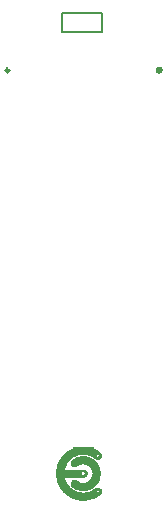
<source format=gbo>
G04*
G04 #@! TF.GenerationSoftware,Altium Limited,Altium Designer,18.1.7 (191)*
G04*
G04 Layer_Color=32896*
%FSLAX44Y44*%
%MOMM*%
G71*
G01*
G75*
%ADD10C,0.2000*%
%ADD26C,0.2540*%
%ADD27C,0.0254*%
D10*
X-17000Y451750D02*
X17000D01*
X-17000Y468250D02*
X17000D01*
X-17000Y451750D02*
Y468250D01*
X17000Y451750D02*
Y468250D01*
D26*
X67404Y419750D02*
G03*
X67404Y419750I-1904J0D01*
G01*
X-61399Y419500D02*
G03*
X-61399Y419500I-1601J0D01*
G01*
D27*
X-2286Y56124D02*
X3810D01*
X-3810Y56378D02*
X5334D01*
X-4826Y56632D02*
X6604D01*
X-5842Y56886D02*
X7366D01*
X-6604Y57140D02*
X8128D01*
X-7112Y57394D02*
X8890D01*
X-7874Y57648D02*
X9652D01*
X-8382Y57902D02*
X10160D01*
X-8890Y58156D02*
X10668D01*
X-9398Y58410D02*
X11176D01*
X-9906Y58664D02*
X11684D01*
X-10414Y58918D02*
X12192D01*
X-10922Y59172D02*
X12700D01*
X-11176Y59426D02*
X12954D01*
X-11684Y59680D02*
X13462D01*
X-11938Y59934D02*
X13716D01*
X-12446Y60188D02*
X14224D01*
X-12700Y60442D02*
X14478D01*
X-12954Y60696D02*
X14732D01*
X-13462Y60950D02*
X15240D01*
X-13716Y61204D02*
X15494D01*
X-13970Y61458D02*
X15494D01*
X-14224Y61712D02*
X15748D01*
X-14478Y61966D02*
X16002D01*
X-14732Y62220D02*
X-1016D01*
X2794D02*
X16002D01*
X-14986Y62474D02*
X-2540D01*
X4318D02*
X12446D01*
X13716D02*
X16002D01*
X-15240Y62728D02*
X-3556D01*
X5334D02*
X12192D01*
X13970D02*
X16256D01*
X-15494Y62982D02*
X-4318D01*
X6096D02*
X11938D01*
X14224D02*
X16256D01*
X-15748Y63236D02*
X-5080D01*
X6858D02*
X11938D01*
X14224D02*
X16256D01*
X-16002Y63490D02*
X-5588D01*
X7366D02*
X11938D01*
X14224D02*
X16256D01*
X-16256Y63744D02*
X-6350D01*
X7874D02*
X11938D01*
X14224D02*
X16256D01*
X-16510Y63998D02*
X-6858D01*
X8382D02*
X12192D01*
X14224D02*
X16256D01*
X-16764Y64252D02*
X-7112D01*
X-1270D02*
X2794D01*
X8890D02*
X12192D01*
X13970D02*
X16002D01*
X-16764Y64506D02*
X-7620D01*
X-2540D02*
X4318D01*
X9398D02*
X12700D01*
X13716D02*
X16002D01*
X-17018Y64760D02*
X-8128D01*
X-3556D02*
X5080D01*
X9652D02*
X16002D01*
X-17272Y65014D02*
X-8382D01*
X-4318D02*
X5842D01*
X10160D02*
X15748D01*
X-17526Y65268D02*
X-8890D01*
X-4826D02*
X6604D01*
X10414D02*
X15494D01*
X-17526Y65522D02*
X-9144D01*
X-5334D02*
X7112D01*
X10922D02*
X15494D01*
X-17780Y65776D02*
X-9398D01*
X-5842D02*
X7620D01*
X11176D02*
X14986D01*
X-18034Y66030D02*
X-9652D01*
X-6350D02*
X8128D01*
X11430D02*
X14732D01*
X-18034Y66284D02*
X-10160D01*
X-6858D02*
X8382D01*
X12192D02*
X14224D01*
X-18288Y66538D02*
X-10414D01*
X-7112D02*
X8890D01*
X-18542Y66792D02*
X-10668D01*
X-7620D02*
X9144D01*
X-18542Y67046D02*
X-10922D01*
X-7874D02*
X9652D01*
X-18796Y67300D02*
X-11176D01*
X-8128D02*
X9906D01*
X-18796Y67554D02*
X-11430D01*
X-8636D02*
X10160D01*
X-19050Y67808D02*
X-11430D01*
X-8636D02*
X10414D01*
X-19304Y68062D02*
X-11684D01*
X-8890D02*
X10668D01*
X-19304Y68316D02*
X-11938D01*
X-9144D02*
X10922D01*
X-19558Y68570D02*
X-12192D01*
X-9144D02*
X11176D01*
X-19558Y68824D02*
X-12446D01*
X-9144D02*
X11430D01*
X-19812Y69078D02*
X-12446D01*
X-9398D02*
X11684D01*
X-19812Y69332D02*
X-12700D01*
X-9398D02*
X11938D01*
X-19812Y69586D02*
X-12954D01*
X-9398D02*
X12192D01*
X-20066Y69840D02*
X-12954D01*
X-9398D02*
X12446D01*
X-20066Y70094D02*
X-13208D01*
X-9398D02*
X12446D01*
X-20320Y70348D02*
X-13462D01*
X-9398D02*
X0D01*
X1778D02*
X12700D01*
X-20320Y70602D02*
X-13462D01*
X-9144D02*
X-1270D01*
X3048D02*
X12954D01*
X-20320Y70856D02*
X-13716D01*
X-9144D02*
X-2032D01*
X3810D02*
X12954D01*
X-20574Y71110D02*
X-13716D01*
X-9144D02*
X-2794D01*
X4318D02*
X13208D01*
X-20574Y71364D02*
X-13970D01*
X-8890D02*
X-3302D01*
X4826D02*
X13462D01*
X-20574Y71618D02*
X-13970D01*
X-8636D02*
X-3556D01*
X5334D02*
X13462D01*
X-20828Y71872D02*
X-14224D01*
X-8636D02*
X-4064D01*
X5588D02*
X13716D01*
X-20828Y72126D02*
X-14224D01*
X-8382D02*
X-4318D01*
X5842D02*
X13716D01*
X-20828Y72380D02*
X-14224D01*
X-7874D02*
X-4572D01*
X6350D02*
X13970D01*
X-21082Y72634D02*
X-14478D01*
X-7366D02*
X-5334D01*
X6604D02*
X13970D01*
X-21082Y72888D02*
X-14478D01*
X6858D02*
X14224D01*
X-21082Y73142D02*
X-14732D01*
X7112D02*
X14224D01*
X-21082Y73396D02*
X-14732D01*
X7112D02*
X14224D01*
X-21336Y73650D02*
X-14732D01*
X7366D02*
X14478D01*
X-21336Y73904D02*
X-14986D01*
X7620D02*
X14478D01*
X-21336Y74158D02*
X-14986D01*
X7874D02*
X14478D01*
X-21336Y74412D02*
X-14986D01*
X7874D02*
X14732D01*
X-21336Y74666D02*
X-14986D01*
X8128D02*
X14732D01*
X-21590Y74920D02*
X-15240D01*
X8128D02*
X14732D01*
X-21590Y75174D02*
X-15240D01*
X8382D02*
X14986D01*
X-21590Y75428D02*
X1270D01*
X8382D02*
X14986D01*
X-21590Y75682D02*
X2286D01*
X8636D02*
X14986D01*
X-21590Y75936D02*
X2794D01*
X8636D02*
X14986D01*
X-21590Y76190D02*
X3048D01*
X8636D02*
X14986D01*
X-21590Y76444D02*
X3302D01*
X8890D02*
X14986D01*
X-21590Y76698D02*
X3556D01*
X8890D02*
X15240D01*
X-21590Y76952D02*
X254D01*
X1270D02*
X3556D01*
X8890D02*
X15240D01*
X-21590Y77206D02*
X0D01*
X1778D02*
X3810D01*
X8890D02*
X15240D01*
X-21844Y77460D02*
X-508D01*
X2032D02*
X3810D01*
X8890D02*
X15240D01*
X-21844Y77714D02*
X-508D01*
X2286D02*
X3810D01*
X8890D02*
X15240D01*
X-21844Y77968D02*
X-762D01*
X2540D02*
X4064D01*
X9144D02*
X15240D01*
X-21844Y78222D02*
X-762D01*
X2540D02*
X4064D01*
X9144D02*
X15240D01*
X-21844Y78476D02*
X-762D01*
X2540D02*
X4064D01*
X9144D02*
X15240D01*
X-21844Y78730D02*
X-762D01*
X2540D02*
X4064D01*
X9144D02*
X15240D01*
X-21844Y78984D02*
X-762D01*
X2540D02*
X4064D01*
X9144D02*
X15240D01*
X-21844Y79238D02*
X-508D01*
X2286D02*
X4064D01*
X9144D02*
X15240D01*
X-21844Y79492D02*
X-508D01*
X2286D02*
X3810D01*
X8890D02*
X15240D01*
X-21844Y79746D02*
X-254D01*
X2032D02*
X3810D01*
X8890D02*
X15240D01*
X-21590Y80000D02*
X0D01*
X1524D02*
X3556D01*
X8890D02*
X15240D01*
X-21590Y80254D02*
X3556D01*
X8890D02*
X15240D01*
X-21590Y80508D02*
X3302D01*
X8890D02*
X15240D01*
X-21590Y80762D02*
X3048D01*
X8636D02*
X14986D01*
X-21590Y81016D02*
X2794D01*
X8636D02*
X14986D01*
X-21590Y81270D02*
X2286D01*
X8636D02*
X14986D01*
X-21590Y81524D02*
X1524D01*
X8382D02*
X14986D01*
X-21590Y81778D02*
X-15240D01*
X8382D02*
X14986D01*
X-21590Y82032D02*
X-15240D01*
X8382D02*
X14732D01*
X-21336Y82286D02*
X-15240D01*
X8128D02*
X14732D01*
X-21336Y82540D02*
X-14986D01*
X7874D02*
X14732D01*
X-21336Y82794D02*
X-14986D01*
X7874D02*
X14732D01*
X-21336Y83048D02*
X-14986D01*
X7620D02*
X14478D01*
X-21336Y83302D02*
X-14732D01*
X7620D02*
X14478D01*
X-21082Y83556D02*
X-14732D01*
X7366D02*
X14478D01*
X-21082Y83810D02*
X-14732D01*
X7112D02*
X14224D01*
X-21082Y84064D02*
X-14478D01*
X6858D02*
X14224D01*
X-21082Y84318D02*
X-14478D01*
X-7112D02*
X-5588D01*
X6604D02*
X13970D01*
X-20828Y84572D02*
X-14478D01*
X-7620D02*
X-4826D01*
X6350D02*
X13970D01*
X-20828Y84826D02*
X-14224D01*
X-8128D02*
X-4572D01*
X6096D02*
X13716D01*
X-20828Y85080D02*
X-14224D01*
X-8382D02*
X-4064D01*
X5842D02*
X13716D01*
X-20828Y85334D02*
X-13970D01*
X-8636D02*
X-3810D01*
X5334D02*
X13462D01*
X-20574Y85588D02*
X-13970D01*
X-8890D02*
X-3302D01*
X5080D02*
X13462D01*
X-20574Y85842D02*
X-13716D01*
X-9144D02*
X-2794D01*
X4572D02*
X13208D01*
X-20574Y86096D02*
X-13716D01*
X-9144D02*
X-2286D01*
X4064D02*
X13208D01*
X-20320Y86350D02*
X-13462D01*
X-9144D02*
X-1778D01*
X3302D02*
X12954D01*
X-20320Y86604D02*
X-13462D01*
X-9398D02*
X-762D01*
X2286D02*
X12700D01*
X-20066Y86858D02*
X-13208D01*
X-9398D02*
X12700D01*
X-20066Y87112D02*
X-13208D01*
X-9398D02*
X12446D01*
X-20066Y87366D02*
X-12954D01*
X-9398D02*
X12192D01*
X-19812Y87620D02*
X-12700D01*
X-9398D02*
X11938D01*
X-19812Y87874D02*
X-12700D01*
X-9398D02*
X11938D01*
X-19558Y88128D02*
X-12446D01*
X-9398D02*
X11684D01*
X-19558Y88382D02*
X-12192D01*
X-9144D02*
X11430D01*
X-19304Y88636D02*
X-11938D01*
X-9144D02*
X11176D01*
X-19304Y88890D02*
X-11938D01*
X-8890D02*
X10922D01*
X-19050Y89144D02*
X-11684D01*
X-8890D02*
X10668D01*
X-19050Y89398D02*
X-11430D01*
X-8636D02*
X10414D01*
X-18796Y89652D02*
X-11176D01*
X-8382D02*
X9906D01*
X-18796Y89906D02*
X-10922D01*
X-8128D02*
X9652D01*
X-18542Y90160D02*
X-10668D01*
X-7620D02*
X9398D01*
X-18288Y90414D02*
X-10414D01*
X-7366D02*
X9144D01*
X-18288Y90668D02*
X-10160D01*
X-7112D02*
X8636D01*
X12446D02*
X13716D01*
X-18034Y90922D02*
X-9906D01*
X-6604D02*
X8128D01*
X11684D02*
X14478D01*
X-17780Y91176D02*
X-9652D01*
X-6096D02*
X7874D01*
X11430D02*
X14986D01*
X-17780Y91430D02*
X-9144D01*
X-5588D02*
X7366D01*
X10922D02*
X15240D01*
X-17526Y91684D02*
X-8890D01*
X-5080D02*
X6858D01*
X10668D02*
X15494D01*
X-17272Y91938D02*
X-8636D01*
X-4572D02*
X6096D01*
X10414D02*
X15748D01*
X-17272Y92192D02*
X-8128D01*
X-3810D02*
X5588D01*
X9906D02*
X15748D01*
X-17018Y92446D02*
X-7874D01*
X-3048D02*
X4572D01*
X9652D02*
X16002D01*
X-16764Y92700D02*
X-7366D01*
X-1778D02*
X3556D01*
X9144D02*
X12446D01*
X13716D02*
X16002D01*
X-16510Y92954D02*
X-6858D01*
X8636D02*
X12192D01*
X13970D02*
X16256D01*
X-16256Y93208D02*
X-6350D01*
X8128D02*
X11938D01*
X14224D02*
X16256D01*
X-16002Y93462D02*
X-5842D01*
X7620D02*
X11938D01*
X14224D02*
X16256D01*
X-16002Y93716D02*
X-5334D01*
X7112D02*
X11938D01*
X14224D02*
X16256D01*
X-15748Y93970D02*
X-4826D01*
X6350D02*
X11938D01*
X14224D02*
X16256D01*
X-15494Y94224D02*
X-4064D01*
X5588D02*
X12192D01*
X14224D02*
X16256D01*
X-15240Y94478D02*
X-3048D01*
X4826D02*
X12192D01*
X13970D02*
X16256D01*
X-14986Y94732D02*
X-1778D01*
X3556D02*
X12700D01*
X13716D02*
X16002D01*
X-14732Y94986D02*
X16002D01*
X-14478Y95240D02*
X15748D01*
X-14224Y95494D02*
X15748D01*
X-13716Y95748D02*
X15494D01*
X-13462Y96002D02*
X15240D01*
X-13208Y96256D02*
X14986D01*
X-12954Y96510D02*
X14478D01*
X-12446Y96764D02*
X14224D01*
X-12192Y97018D02*
X13970D01*
X-11938Y97272D02*
X13462D01*
X-11430Y97526D02*
X13208D01*
X-10922Y97780D02*
X12700D01*
X-10668Y98034D02*
X12446D01*
X-10160Y98288D02*
X11938D01*
X-9652Y98542D02*
X11430D01*
X-9144Y98796D02*
X10922D01*
X-8636Y99050D02*
X10414D01*
X-8128Y99304D02*
X9906D01*
X-7366Y99558D02*
X9144D01*
X-6858Y99812D02*
X8636D01*
X-6096Y100066D02*
X7874D01*
X-5334Y100320D02*
X6858D01*
X-4318Y100574D02*
X5842D01*
X-2794Y100828D02*
X4572D01*
X-762Y101082D02*
X2540D01*
X-762D02*
X2540D01*
X-2794Y100828D02*
X4572D01*
X-4318Y100574D02*
X5842D01*
X-5334Y100320D02*
X6858D01*
X-6096Y100066D02*
X7874D01*
X-6858Y99812D02*
X8636D01*
X-7366Y99558D02*
X9144D01*
X-8128Y99304D02*
X9906D01*
X-8636Y99050D02*
X10414D01*
X-9144Y98796D02*
X10922D01*
X-9652Y98542D02*
X11430D01*
X-10160Y98288D02*
X11938D01*
X-10668Y98034D02*
X12446D01*
X-10922Y97780D02*
X12700D01*
X-11430Y97526D02*
X13208D01*
X-11938Y97272D02*
X13462D01*
X-12192Y97018D02*
X13970D01*
X-12446Y96764D02*
X14224D01*
X-12954Y96510D02*
X14478D01*
X-13208Y96256D02*
X14986D01*
X-13462Y96002D02*
X15240D01*
X-13716Y95748D02*
X15494D01*
X-14224Y95494D02*
X15748D01*
X-14478Y95240D02*
X15748D01*
X-14732Y94986D02*
X16002D01*
X13716Y94732D02*
X16002D01*
X3556D02*
X12700D01*
X-14986D02*
X-1778D01*
X13970Y94478D02*
X16256D01*
X4826D02*
X12192D01*
X-15240D02*
X-3048D01*
X14224Y94224D02*
X16256D01*
X5588D02*
X12192D01*
X-15494D02*
X-4064D01*
X14224Y93970D02*
X16256D01*
X6350D02*
X11938D01*
X-15748D02*
X-4826D01*
X14224Y93716D02*
X16256D01*
X7112D02*
X11938D01*
X-16002D02*
X-5334D01*
X14224Y93462D02*
X16256D01*
X7620D02*
X11938D01*
X-16002D02*
X-5842D01*
X14224Y93208D02*
X16256D01*
X8128D02*
X11938D01*
X-16256D02*
X-6350D01*
X13970Y92954D02*
X16256D01*
X8636D02*
X12192D01*
X-16510D02*
X-6858D01*
X13716Y92700D02*
X16002D01*
X9144D02*
X12446D01*
X-1778D02*
X3556D01*
X-16764D02*
X-7366D01*
X9652Y92446D02*
X16002D01*
X-3048D02*
X4572D01*
X-17018D02*
X-7874D01*
X9906Y92192D02*
X15748D01*
X-3810D02*
X5588D01*
X-17272D02*
X-8128D01*
X10414Y91938D02*
X15748D01*
X-4572D02*
X6096D01*
X-17272D02*
X-8636D01*
X10668Y91684D02*
X15494D01*
X-5080D02*
X6858D01*
X-17526D02*
X-8890D01*
X10922Y91430D02*
X15240D01*
X-5588D02*
X7366D01*
X-17780D02*
X-9144D01*
X11430Y91176D02*
X14986D01*
X-6096D02*
X7874D01*
X-17780D02*
X-9652D01*
X11684Y90922D02*
X14478D01*
X-6604D02*
X8128D01*
X-18034D02*
X-9906D01*
X12446Y90668D02*
X13716D01*
X-7112D02*
X8636D01*
X-18288D02*
X-10160D01*
X-7366Y100414D02*
X9144D01*
X-18288Y90414D02*
X-10414D01*
X-7620Y90160D02*
X9398D01*
X-18542D02*
X-10668D01*
X-8128Y89906D02*
X9652D01*
X-18796D02*
X-10922D01*
X-8382Y89652D02*
X9906D01*
X-18796D02*
X-11176D01*
X-8636Y89398D02*
X10414D01*
X-19050D02*
X-11430D01*
X-8890Y89144D02*
X10668D01*
X-19050D02*
X-11684D01*
X-8890Y88890D02*
X10922D01*
X-19304D02*
X-11938D01*
X-9144Y88636D02*
X11176D01*
X-19304D02*
X-11938D01*
X-9144Y88382D02*
X11430D01*
X-19558D02*
X-12192D01*
X-9398Y88128D02*
X11684D01*
X-19558D02*
X-12446D01*
X-9398Y87874D02*
X11938D01*
X-19812D02*
X-12700D01*
X-9398Y87620D02*
X11938D01*
X-19812D02*
X-12700D01*
X-9398Y87366D02*
X12192D01*
X-20066D02*
X-12954D01*
X-9398Y87112D02*
X12446D01*
X-20066D02*
X-13208D01*
X-9398Y86858D02*
X12700D01*
X-20066D02*
X-13208D01*
X2286Y86604D02*
X12700D01*
X-9398D02*
X-762D01*
X-20320D02*
X-13462D01*
X3302Y86350D02*
X12954D01*
X-9144D02*
X-1778D01*
X-20320D02*
X-13462D01*
X4064Y86096D02*
X13208D01*
X-9144D02*
X-2286D01*
X-20574D02*
X-13716D01*
X4572Y85842D02*
X13208D01*
X-9144D02*
X-2794D01*
X-20574D02*
X-13716D01*
X5080Y85588D02*
X13462D01*
X-8890D02*
X-3302D01*
X-20574D02*
X-13970D01*
X5334Y85334D02*
X13462D01*
X-8636D02*
X-3810D01*
X-20828D02*
X-13970D01*
X5842Y85080D02*
X13716D01*
X-8382D02*
X-4064D01*
X-20828D02*
X-14224D01*
X6096Y84826D02*
X13716D01*
X-8128D02*
X-4572D01*
X-20828D02*
X-14224D01*
X6350Y84572D02*
X13970D01*
X-7620D02*
X-4826D01*
X-20828D02*
X-14478D01*
X6604Y84318D02*
X13970D01*
X-7112D02*
X-5588D01*
X-21082D02*
X-14478D01*
X6858Y84064D02*
X14224D01*
X-21082D02*
X-14478D01*
X7112Y83810D02*
X14224D01*
X-21082D02*
X-14732D01*
X7366Y83556D02*
X14478D01*
X-21082D02*
X-14732D01*
X7620Y83302D02*
X14478D01*
X-21336D02*
X-14732D01*
X7620Y83048D02*
X14478D01*
X-21336D02*
X-14986D01*
X7874Y82794D02*
X14732D01*
X-21336D02*
X-14986D01*
X7874Y82540D02*
X14732D01*
X-21336D02*
X-14986D01*
X8128Y82286D02*
X14732D01*
X-21336D02*
X-15240D01*
X8382Y82032D02*
X14732D01*
X-21590D02*
X-15240D01*
X8382Y81778D02*
X14986D01*
X-21590D02*
X-15240D01*
X8382Y81524D02*
X14986D01*
X-21590D02*
X1524D01*
X8636Y81270D02*
X14986D01*
X-21590D02*
X2286D01*
X8636Y81016D02*
X14986D01*
X-21590D02*
X2794D01*
X8636Y80762D02*
X14986D01*
X-21590D02*
X3048D01*
X8890Y80508D02*
X15240D01*
X-21590D02*
X3302D01*
X8890Y80254D02*
X15240D01*
X-21590D02*
X3556D01*
X8890Y80000D02*
X15240D01*
X1524D02*
X3556D01*
X-21590D02*
X0D01*
X8890Y79746D02*
X15240D01*
X2032D02*
X3810D01*
X-21844D02*
X-254D01*
X8890Y79492D02*
X15240D01*
X2286D02*
X3810D01*
X-21844D02*
X-508D01*
X9144Y79238D02*
X15240D01*
X2286D02*
X4064D01*
X-21844D02*
X-508D01*
X9144Y78984D02*
X15240D01*
X2540D02*
X4064D01*
X-21844D02*
X-762D01*
X9144Y78730D02*
X15240D01*
X2540D02*
X4064D01*
X-21844D02*
X-762D01*
X9144Y78476D02*
X15240D01*
X2540D02*
X4064D01*
X-21844D02*
X-762D01*
X9144Y78222D02*
X15240D01*
X2540D02*
X4064D01*
X-21844D02*
X-762D01*
X9144Y77968D02*
X15240D01*
X2540D02*
X4064D01*
X-21844D02*
X-762D01*
X8890Y77714D02*
X15240D01*
X2286D02*
X3810D01*
X-21844D02*
X-508D01*
X8890Y77460D02*
X15240D01*
X2032D02*
X3810D01*
X-21844D02*
X-508D01*
X8890Y77206D02*
X15240D01*
X1778D02*
X3810D01*
X-21590D02*
X0D01*
X8890Y76952D02*
X15240D01*
X1270D02*
X3556D01*
X-21590D02*
X254D01*
X8890Y76698D02*
X15240D01*
X-21590D02*
X3556D01*
X8890Y76444D02*
X14986D01*
X-21590D02*
X3302D01*
X8636Y76190D02*
X14986D01*
X-21590D02*
X3048D01*
X8636Y75936D02*
X14986D01*
X-21590D02*
X2794D01*
X8636Y75682D02*
X14986D01*
X-21590D02*
X2286D01*
X8382Y75428D02*
X14986D01*
X-21590D02*
X1270D01*
X8382Y75174D02*
X14986D01*
X-21590D02*
X-15240D01*
X8128Y74920D02*
X14732D01*
X-21590D02*
X-15240D01*
X8128Y74666D02*
X14732D01*
X-21336D02*
X-14986D01*
X7874Y74412D02*
X14732D01*
X-21336D02*
X-14986D01*
X7874Y74158D02*
X14478D01*
X-21336D02*
X-14986D01*
X7620Y73904D02*
X14478D01*
X-21336D02*
X-14986D01*
X7366Y73650D02*
X14478D01*
X-21336D02*
X-14732D01*
X7112Y73396D02*
X14224D01*
X-21082D02*
X-14732D01*
X7112Y73142D02*
X14224D01*
X-21082D02*
X-14732D01*
X6858Y72888D02*
X14224D01*
X-21082D02*
X-14478D01*
X6604Y72634D02*
X13970D01*
X-7366D02*
X-5334D01*
X-21082D02*
X-14478D01*
X6350Y72380D02*
X13970D01*
X-7874D02*
X-4572D01*
X-20828D02*
X-14224D01*
X5842Y72126D02*
X13716D01*
X-8382D02*
X-4318D01*
X-20828D02*
X-14224D01*
X5588Y71872D02*
X13716D01*
X-8636D02*
X-4064D01*
X-20828D02*
X-14224D01*
X5334Y71618D02*
X13462D01*
X-8636D02*
X-3556D01*
X-20574D02*
X-13970D01*
X4826Y71364D02*
X13462D01*
X-8890D02*
X-3302D01*
X-20574D02*
X-13970D01*
X4318Y71110D02*
X13208D01*
X-9144D02*
X-2794D01*
X-20574D02*
X-13716D01*
X3810Y70856D02*
X12954D01*
X-9144D02*
X-2032D01*
X-20320D02*
X-13716D01*
X3048Y70602D02*
X12954D01*
X-9144D02*
X-1270D01*
X-20320D02*
X-13462D01*
X1778Y70348D02*
X12700D01*
X-9398D02*
X0D01*
X-20320D02*
X-13462D01*
X-9398Y70094D02*
X12446D01*
X-20066D02*
X-13208D01*
X-9398Y69840D02*
X12446D01*
X-20066D02*
X-12954D01*
X-9398Y69586D02*
X12192D01*
X-19812D02*
X-12954D01*
X-9398Y69332D02*
X11938D01*
X-19812D02*
X-12700D01*
X-9398Y69078D02*
X11684D01*
X-19812D02*
X-12446D01*
X-9144Y68824D02*
X11430D01*
X-19558D02*
X-12446D01*
X-9144Y68570D02*
X11176D01*
X-19558D02*
X-12192D01*
X-9144Y68316D02*
X10922D01*
X-19304D02*
X-11938D01*
X-8890Y68062D02*
X10668D01*
X-19304D02*
X-11684D01*
X-8636Y67808D02*
X10414D01*
X-19050D02*
X-11430D01*
X-8636Y67554D02*
X10160D01*
X-18796D02*
X-11430D01*
X-8128Y67300D02*
X9906D01*
X-18796D02*
X-11176D01*
X-7874Y67046D02*
X9652D01*
X-18542D02*
X-10922D01*
X-7620Y66792D02*
X9144D01*
X-18542D02*
X-10668D01*
X-7112Y66538D02*
X8890D01*
X-18288D02*
X-10414D01*
X12192Y66284D02*
X14224D01*
X-6858D02*
X8382D01*
X-18034D02*
X-10160D01*
X11430Y66030D02*
X14732D01*
X-6350D02*
X8128D01*
X-18034D02*
X-9652D01*
X11176Y65776D02*
X14986D01*
X-5842D02*
X7620D01*
X-17780D02*
X-9398D01*
X10922Y65522D02*
X15494D01*
X-5334D02*
X7112D01*
X-17526D02*
X-9144D01*
X10414Y65268D02*
X15494D01*
X-4826D02*
X6604D01*
X-17526D02*
X-8890D01*
X10160Y65014D02*
X15748D01*
X-4318D02*
X5842D01*
X-17272D02*
X-8382D01*
X9652Y64760D02*
X16002D01*
X-3556D02*
X5080D01*
X-17018D02*
X-8128D01*
X13716Y64506D02*
X16002D01*
X9398D02*
X12700D01*
X-2540D02*
X4318D01*
X-16764D02*
X-7620D01*
X13970Y64252D02*
X16002D01*
X8890D02*
X12192D01*
X-1270D02*
X2794D01*
X-16764D02*
X-7112D01*
X14224Y63998D02*
X16256D01*
X8382D02*
X12192D01*
X-16510D02*
X-6858D01*
X14224Y63744D02*
X16256D01*
X7874D02*
X11938D01*
X-16256D02*
X-6350D01*
X14224Y63490D02*
X16256D01*
X7366D02*
X11938D01*
X-16002D02*
X-5588D01*
X14224Y63236D02*
X16256D01*
X6858D02*
X11938D01*
X-15748D02*
X-5080D01*
X14224Y62982D02*
X16256D01*
X6096D02*
X11938D01*
X-15494D02*
X-4318D01*
X13970Y62728D02*
X16256D01*
X5334D02*
X12192D01*
X-15240D02*
X-3556D01*
X13716Y62474D02*
X16002D01*
X4318D02*
X12446D01*
X-14986D02*
X-2540D01*
X2794Y62220D02*
X16002D01*
X-14732D02*
X-1016D01*
X-14478Y61966D02*
X16002D01*
X-14224Y61712D02*
X15748D01*
X-13970Y61458D02*
X15494D01*
X-13716Y61204D02*
X15494D01*
X-13462Y60950D02*
X15240D01*
X-12954Y60696D02*
X14732D01*
X-12700Y60442D02*
X14478D01*
X-12446Y60188D02*
X14224D01*
X-11938Y59934D02*
X13716D01*
X-11684Y59680D02*
X13462D01*
X-11176Y59426D02*
X12954D01*
X-10922Y59172D02*
X12700D01*
X-10414Y58918D02*
X12192D01*
X-9906Y58664D02*
X11684D01*
X-9398Y58410D02*
X11176D01*
X-8890Y58156D02*
X10668D01*
X-8382Y57902D02*
X10160D01*
X-7874Y57648D02*
X9652D01*
X-7112Y57394D02*
X8890D01*
X-6604Y57140D02*
X8128D01*
X-5842Y56886D02*
X7366D01*
X-4826Y56632D02*
X6604D01*
X-3810Y56378D02*
X5334D01*
X-2286Y56124D02*
X3810D01*
M02*

</source>
